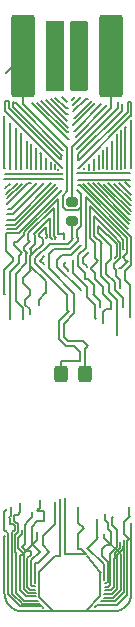
<source format=gbr>
%TF.GenerationSoftware,KiCad,Pcbnew,9.0.6*%
%TF.CreationDate,2025-12-16T16:11:54-05:00*%
%TF.ProjectId,Keychain v1,4b657963-6861-4696-9e20-76312e6b6963,rev?*%
%TF.SameCoordinates,Original*%
%TF.FileFunction,Copper,L1,Top*%
%TF.FilePolarity,Positive*%
%FSLAX46Y46*%
G04 Gerber Fmt 4.6, Leading zero omitted, Abs format (unit mm)*
G04 Created by KiCad (PCBNEW 9.0.6) date 2025-12-16 16:11:54*
%MOMM*%
%LPD*%
G01*
G04 APERTURE LIST*
G04 Aperture macros list*
%AMRoundRect*
0 Rectangle with rounded corners*
0 $1 Rounding radius*
0 $2 $3 $4 $5 $6 $7 $8 $9 X,Y pos of 4 corners*
0 Add a 4 corners polygon primitive as box body*
4,1,4,$2,$3,$4,$5,$6,$7,$8,$9,$2,$3,0*
0 Add four circle primitives for the rounded corners*
1,1,$1+$1,$2,$3*
1,1,$1+$1,$4,$5*
1,1,$1+$1,$6,$7*
1,1,$1+$1,$8,$9*
0 Add four rect primitives between the rounded corners*
20,1,$1+$1,$2,$3,$4,$5,0*
20,1,$1+$1,$4,$5,$6,$7,0*
20,1,$1+$1,$6,$7,$8,$9,0*
20,1,$1+$1,$8,$9,$2,$3,0*%
G04 Aperture macros list end*
%TA.AperFunction,Conductor*%
%ADD10C,0.200000*%
%TD*%
%TA.AperFunction,SMDPad,CuDef*%
%ADD11RoundRect,0.250000X0.325000X0.450000X-0.325000X0.450000X-0.325000X-0.450000X0.325000X-0.450000X0*%
%TD*%
%TA.AperFunction,SMDPad,CuDef*%
%ADD12RoundRect,0.200000X-0.275000X0.200000X-0.275000X-0.200000X0.275000X-0.200000X0.275000X0.200000X0*%
%TD*%
%TA.AperFunction,SMDPad,CuDef*%
%ADD13RoundRect,0.300000X-0.700000X3.200000X-0.700000X-3.200000X0.700000X-3.200000X0.700000X3.200000X0*%
%TD*%
%TA.AperFunction,SMDPad,CuDef*%
%ADD14RoundRect,0.225000X-0.525000X2.775000X-0.525000X-2.775000X0.525000X-2.775000X0.525000X2.775000X0*%
%TD*%
%TA.AperFunction,SMDPad,CuDef*%
%ADD15RoundRect,0.240000X-0.560000X2.760000X-0.560000X-2.760000X0.560000X-2.760000X0.560000X2.760000X0*%
%TD*%
G04 APERTURE END LIST*
D10*
%TO.N,GND*%
X176960000Y-129550000D02*
X175820000Y-128170000D01*
%TD*%
D11*
%TO.P,D1,2,A*%
%TO.N,Net-(D1-A)*%
X173595000Y-112765000D03*
%TO.P,D1,1,K*%
%TO.N,GND*%
X175645000Y-112765000D03*
%TD*%
D12*
%TO.P,R1,1*%
%TO.N,Net-(U1-VCC)*%
X174570000Y-98200000D03*
%TO.P,R1,2*%
%TO.N,Net-(D1-A)*%
X174570000Y-99850000D03*
%TD*%
D13*
%TO.P,U1,1,VCC*%
%TO.N,Net-(U1-VCC)*%
X177900000Y-85877500D03*
D14*
%TO.P,U1,2,D+*%
%TO.N,unconnected-(U1-D+-Pad2)*%
X175150000Y-85877500D03*
D15*
%TO.P,U1,3,D-*%
%TO.N,unconnected-(U1-D--Pad3)*%
X173150000Y-85877500D03*
D13*
%TO.P,U1,4,GND*%
%TO.N,GND*%
X170400000Y-85877500D03*
%TD*%
D10*
%TO.N,*%
X171910000Y-103140000D02*
X171910000Y-103107100D01*
X171860000Y-103190000D02*
X171910000Y-103140000D01*
X171910000Y-103107100D02*
X172180032Y-102837068D01*
X172160000Y-103490000D02*
X171860000Y-103190000D01*
X172160000Y-103510000D02*
X172160000Y-103490000D01*
X171790000Y-106490000D02*
X171790000Y-106910000D01*
X172320000Y-105960000D02*
X172310000Y-105970000D01*
X172310000Y-105970000D02*
X171790000Y-106490000D01*
X172320000Y-104880000D02*
X172320000Y-105960000D01*
X171049000Y-103609000D02*
X172320000Y-104880000D01*
X171049000Y-102761000D02*
X171049000Y-103609000D01*
X171690000Y-102120000D02*
X171049000Y-102761000D01*
X171030000Y-107350000D02*
X171030000Y-107750000D01*
X170600000Y-106920000D02*
X171000000Y-107320000D01*
X170600000Y-106850000D02*
X170600000Y-106920000D01*
X170600000Y-106510000D02*
X170600000Y-106850000D01*
X170670000Y-106440000D02*
X170600000Y-106510000D01*
X170990000Y-106120000D02*
X170670000Y-106440000D01*
X170990000Y-105680000D02*
X170990000Y-105690000D01*
X171080000Y-104000000D02*
X170440000Y-104640000D01*
X170440000Y-105130000D02*
X170990000Y-105680000D01*
X171049000Y-103969000D02*
X171080000Y-104000000D01*
X171000000Y-107320000D02*
X171030000Y-107350000D01*
X170990000Y-105690000D02*
X170990000Y-106120000D01*
X171049000Y-102821000D02*
X171049000Y-103969000D01*
X170440000Y-104640000D02*
X170440000Y-105130000D01*
X171110000Y-102760000D02*
X171049000Y-102821000D01*
X169800000Y-106590000D02*
X170420000Y-107210000D01*
X169800000Y-104310000D02*
X169800000Y-106590000D01*
X170700000Y-103410000D02*
X169800000Y-104310000D01*
X170700000Y-102570000D02*
X170700000Y-103410000D01*
X170420000Y-107210000D02*
X170420000Y-108120000D01*
X170720000Y-102550000D02*
X170700000Y-102570000D01*
X170500000Y-102330000D02*
X170720000Y-102550000D01*
X170500000Y-101940000D02*
X170500000Y-102330000D01*
X170600000Y-101940000D02*
X170500000Y-101940000D01*
X170980000Y-101560000D02*
X170600000Y-101940000D01*
X170880000Y-101460000D02*
X170980000Y-101560000D01*
X170880000Y-100870000D02*
X170880000Y-101460000D01*
X173170000Y-101290000D02*
X173030000Y-101150000D01*
X173030000Y-101150000D02*
X173030000Y-98780000D01*
X173120000Y-101340000D02*
X173170000Y-101290000D01*
X173030000Y-98780000D02*
X173000000Y-98750000D01*
X173120000Y-101389000D02*
X173120000Y-101340000D01*
X173000000Y-98750000D02*
X170880000Y-100870000D01*
X168841000Y-106041000D02*
X168850000Y-106050000D01*
X168841000Y-104990000D02*
X168841000Y-106041000D01*
X169310000Y-104150000D02*
X169310000Y-108140000D01*
X170040000Y-103420000D02*
X169310000Y-104150000D01*
X175515100Y-103380000D02*
X175799000Y-103663900D01*
X175461000Y-103380000D02*
X175515100Y-103380000D01*
X175799000Y-103663900D02*
X175799000Y-103720000D01*
X175461000Y-102989000D02*
X175461000Y-103380000D01*
X176020000Y-102430000D02*
X175461000Y-102989000D01*
X179490000Y-105860000D02*
X179490000Y-107970000D01*
X179490000Y-105260000D02*
X179490000Y-105860000D01*
X179140000Y-104910000D02*
X179490000Y-105260000D01*
X178650000Y-104830000D02*
X178650000Y-105490000D01*
X178330000Y-104510000D02*
X178650000Y-104830000D01*
X178890000Y-106390000D02*
X178890000Y-107150000D01*
X178210000Y-105030000D02*
X178210000Y-105710000D01*
X177470000Y-104290000D02*
X178210000Y-105030000D01*
X178210000Y-105710000D02*
X178890000Y-106390000D01*
X177430000Y-104250000D02*
X177470000Y-104290000D01*
X177430000Y-103450000D02*
X177430000Y-104250000D01*
X178380000Y-106510000D02*
X178380000Y-109500000D01*
X177710000Y-105840000D02*
X178380000Y-106510000D01*
X177690000Y-105160000D02*
X177690000Y-105820000D01*
X177000000Y-104470000D02*
X177690000Y-105160000D01*
X177000000Y-102690000D02*
X177000000Y-104470000D01*
X177690000Y-105820000D02*
X177710000Y-105840000D01*
X176420000Y-106000000D02*
X176380000Y-106040000D01*
X176380000Y-106040000D02*
X176911000Y-106571000D01*
X176420000Y-105230000D02*
X176420000Y-106000000D01*
X176911000Y-106571000D02*
X176911000Y-107080000D01*
X175900000Y-104710000D02*
X176420000Y-105230000D01*
X175640000Y-104710000D02*
X175900000Y-104710000D01*
X177170000Y-107530000D02*
X177170000Y-108490000D01*
X177870000Y-106670000D02*
X177870000Y-107300000D01*
X177210000Y-106010000D02*
X177870000Y-106670000D01*
X177210000Y-105440000D02*
X177210000Y-106010000D01*
X176520000Y-104750000D02*
X176870000Y-105100000D01*
X177870000Y-107300000D02*
X177400000Y-107300000D01*
X176520000Y-104140000D02*
X176520000Y-104750000D01*
X177170000Y-108490000D02*
X177150000Y-108510000D01*
X176870000Y-105100000D02*
X177210000Y-105440000D01*
X177400000Y-107300000D02*
X177170000Y-107530000D01*
X174250000Y-104000000D02*
X174250000Y-104040000D01*
X173960000Y-103710000D02*
X174250000Y-104000000D01*
X173900000Y-103650000D02*
X173960000Y-103710000D01*
X173900000Y-103390000D02*
X173900000Y-103650000D01*
X173980000Y-103390000D02*
X173900000Y-103390000D01*
X174090000Y-103280000D02*
X173980000Y-103390000D01*
X176510000Y-108090000D02*
X176590000Y-108170000D01*
X176510000Y-106950000D02*
X176510000Y-108090000D01*
X175860000Y-106300000D02*
X176510000Y-106950000D01*
X175860000Y-105450000D02*
X175860000Y-106300000D01*
X175812900Y-105450000D02*
X175860000Y-105450000D01*
X174620000Y-104257100D02*
X175812900Y-105450000D01*
X174620000Y-103150000D02*
X174620000Y-104257100D01*
X175319000Y-101840000D02*
X175319000Y-101871000D01*
X174480000Y-102710000D02*
X175319000Y-101871000D01*
X173280000Y-103130000D02*
X173700000Y-102710000D01*
X173280000Y-103700000D02*
X173280000Y-103130000D01*
X175300000Y-105720000D02*
X173280000Y-103700000D01*
X173700000Y-102710000D02*
X174480000Y-102710000D01*
%TO.N,Net-(D1-A)*%
X173595000Y-111745000D02*
X173595000Y-112765000D01*
X173590000Y-111740000D02*
X173595000Y-111745000D01*
X173620000Y-111710000D02*
X173590000Y-111740000D01*
X175244000Y-111710000D02*
X173620000Y-111710000D01*
X175244000Y-110944000D02*
X175244000Y-111710000D01*
X174760000Y-110460000D02*
X175244000Y-110944000D01*
X174760000Y-110430000D02*
X174760000Y-110460000D01*
X174092900Y-110430000D02*
X174760000Y-110430000D01*
X173459000Y-109796100D02*
X174092900Y-110430000D01*
X174280000Y-107490000D02*
X173459000Y-108311000D01*
X174150000Y-107360000D02*
X174280000Y-107490000D01*
X174150000Y-106080000D02*
X174150000Y-107360000D01*
X171450000Y-103380000D02*
X174150000Y-106080000D01*
X173459000Y-108311000D02*
X173459000Y-109796100D01*
X171450000Y-103000000D02*
X171450000Y-103380000D01*
X174220000Y-101790000D02*
X172660000Y-101790000D01*
X174630000Y-101380000D02*
X174220000Y-101790000D01*
X172660000Y-101790000D02*
X171450000Y-103000000D01*
X174570000Y-101320000D02*
X174630000Y-101380000D01*
X174570000Y-99850000D02*
X174570000Y-101320000D01*
%TO.N,GND*%
X175880000Y-110440000D02*
X175645000Y-110675000D01*
X175460000Y-110020000D02*
X175880000Y-110440000D01*
X174250000Y-110020000D02*
X175460000Y-110020000D01*
X173860000Y-109630000D02*
X174250000Y-110020000D01*
X173860000Y-108560000D02*
X173860000Y-109630000D01*
X174750000Y-107670000D02*
X173860000Y-108560000D01*
X174750000Y-106020000D02*
X174750000Y-107670000D01*
X175645000Y-110675000D02*
X175645000Y-112765000D01*
X172581032Y-103851032D02*
X174750000Y-106020000D01*
X172581032Y-102618968D02*
X172581032Y-103851032D01*
X173009000Y-102191000D02*
X172581032Y-102618968D01*
X174386100Y-102191000D02*
X173009000Y-102191000D01*
X175031000Y-101546100D02*
X174386100Y-102191000D01*
X175031000Y-101213900D02*
X175031000Y-101546100D01*
X174971000Y-101153900D02*
X175031000Y-101213900D01*
X174971000Y-100551000D02*
X174971000Y-101153900D01*
X175058064Y-100551000D02*
X174971000Y-100551000D01*
X175346000Y-100263064D02*
X175058064Y-100551000D01*
X175346000Y-97595000D02*
X175346000Y-100263064D01*
X175070000Y-125370000D02*
X175070000Y-124040000D01*
X175560000Y-125860000D02*
X175070000Y-125370000D01*
X175110000Y-126310000D02*
X175560000Y-125860000D01*
X175320000Y-127620000D02*
X175110000Y-127620000D01*
X175750000Y-128050000D02*
X175320000Y-127620000D01*
X175110000Y-127620000D02*
X175110000Y-126310000D01*
%TO.N,*%
X178160000Y-128430000D02*
X178180000Y-128410000D01*
X176550000Y-89840000D02*
X174670000Y-91720000D01*
X169920000Y-101600000D02*
X169660000Y-101600000D01*
X173730950Y-93799050D02*
X173768000Y-93836100D01*
X178300000Y-104480000D02*
X178330000Y-104510000D01*
X169180000Y-126300000D02*
X169090000Y-126210000D01*
X178450000Y-90297100D02*
X174971000Y-93776100D01*
X168841000Y-96301000D02*
X168841000Y-96310000D01*
X170500000Y-131990000D02*
X171670000Y-131990000D01*
X171640000Y-125260000D02*
X171160000Y-125740000D01*
X176740000Y-126690000D02*
X176650000Y-126600000D01*
X171310000Y-100980000D02*
X172700000Y-99590000D01*
X169820000Y-131310000D02*
X170500000Y-131990000D01*
X175060000Y-102760000D02*
X175720000Y-102100000D01*
X174020000Y-90800000D02*
X172760000Y-89540000D01*
X173100000Y-123620000D02*
X173120000Y-123600000D01*
X178070000Y-131720000D02*
X178700000Y-131090000D01*
X170530000Y-100780000D02*
X170530000Y-100990000D01*
X171990000Y-132470000D02*
X172120000Y-132600000D01*
X171070000Y-93320000D02*
X171080000Y-93310000D01*
X169340000Y-125510000D02*
X169340000Y-125040000D01*
X168910000Y-90520000D02*
X173750000Y-95360000D01*
X169630000Y-89820000D02*
X169610000Y-89800000D01*
X175190000Y-94680000D02*
X179270000Y-90600000D01*
X170510000Y-128040000D02*
X169970000Y-127500000D01*
X176440000Y-100820000D02*
X176440000Y-101100000D01*
X169200000Y-90240000D02*
X169240000Y-90200000D01*
X178530000Y-101030000D02*
X176080000Y-98580000D01*
X177950000Y-95400000D02*
X177950000Y-93050000D01*
X179490000Y-96330000D02*
X175060000Y-96330000D01*
X178350000Y-101760000D02*
X178350000Y-102820000D01*
X178920000Y-101420000D02*
X178920000Y-102230000D01*
X177540000Y-95400000D02*
X177540000Y-93550000D01*
X171050000Y-127780000D02*
X170690000Y-127780000D01*
X168841000Y-124479000D02*
X169090000Y-124230000D01*
X170040000Y-102840000D02*
X170040000Y-103420000D01*
X169820000Y-127960000D02*
X169750000Y-127890000D01*
X177240000Y-130220000D02*
X177250000Y-130230000D01*
X171420000Y-130760000D02*
X171430000Y-130770000D01*
X169180000Y-127490000D02*
X169180000Y-126300000D01*
X173750000Y-95360000D02*
X173750000Y-95370000D01*
X172110000Y-101400000D02*
X171800000Y-101090000D01*
X178630000Y-127510000D02*
X178630000Y-127030000D01*
X178660000Y-102930000D02*
X178130000Y-103460000D01*
X169850000Y-100530000D02*
X169030000Y-100530000D01*
X178370000Y-127450000D02*
X178370000Y-125970000D01*
X171630000Y-124340000D02*
X171710000Y-124420000D01*
X170690000Y-127780000D02*
X170310000Y-127400000D01*
X173570000Y-94610000D02*
X169200000Y-90240000D01*
X173380000Y-100890000D02*
X173393000Y-100877000D01*
X172390000Y-100900000D02*
X172410000Y-100920000D01*
X172700000Y-99570000D02*
X172700000Y-100840000D01*
X177310000Y-96760000D02*
X179540000Y-98990000D01*
X177480000Y-90000000D02*
X177480000Y-90132900D01*
X178680000Y-131070000D02*
X178680000Y-128070000D01*
X178970000Y-131230000D02*
X178970000Y-127880000D01*
X170510000Y-131020000D02*
X170850000Y-131360000D01*
X170550000Y-125550000D02*
X170820000Y-125280000D01*
X179450000Y-98500000D02*
X177610000Y-96660000D01*
X171050000Y-128110000D02*
X171050000Y-127780000D01*
X179220000Y-101280000D02*
X179220000Y-102470000D01*
X179420000Y-99260000D02*
X176770000Y-96610000D01*
X179560000Y-91330000D02*
X179560000Y-95310000D01*
X178350000Y-125970000D02*
X177990000Y-125610000D01*
X178710000Y-95420000D02*
X178720000Y-95410000D01*
X171700000Y-128790000D02*
X172640000Y-127850000D01*
X169490000Y-126200000D02*
X169700000Y-125990000D01*
X174970000Y-95810000D02*
X179460000Y-95810000D01*
X171530000Y-131610000D02*
X171540000Y-131620000D01*
X169760000Y-125660000D02*
X169610000Y-125510000D01*
X178920000Y-102230000D02*
X178930000Y-102240000D01*
X174200000Y-91940000D02*
X171980000Y-89720000D01*
X172070000Y-127280000D02*
X172070000Y-126500000D01*
X178870000Y-102920000D02*
X179170000Y-103220000D01*
X169550000Y-103250000D02*
X168841000Y-103959000D01*
X178980000Y-126840000D02*
X178990000Y-126830000D01*
X176480000Y-102930000D02*
X176790000Y-103240000D01*
X168841000Y-125961000D02*
X168841000Y-125310000D01*
X176080000Y-100870000D02*
X176080000Y-101290000D01*
X169660000Y-101880000D02*
X170330000Y-102550000D01*
X174670000Y-91720000D02*
X174610000Y-91720000D01*
X175640000Y-104210000D02*
X175060000Y-103630000D01*
X178180000Y-127970000D02*
X178630000Y-127520000D01*
X176320000Y-96630000D02*
X179430000Y-99740000D01*
X177850000Y-103030000D02*
X177430000Y-103450000D01*
X179090000Y-95350000D02*
X179090000Y-91910000D01*
X177580000Y-128690000D02*
X177130000Y-128240000D01*
X177530000Y-101000000D02*
X176770000Y-100240000D01*
X176080000Y-101290000D02*
X176480000Y-101690000D01*
X169240000Y-90200000D02*
X169240000Y-89690000D01*
X174800000Y-91130000D02*
X174720000Y-91130000D01*
X170030000Y-126170000D02*
X170020000Y-126160000D01*
X176450000Y-99450000D02*
X176450000Y-100810000D01*
X173840000Y-100870000D02*
X173890000Y-100920000D01*
X170510000Y-128210000D02*
X170510000Y-128040000D01*
X177060000Y-132030000D02*
X178170000Y-132030000D01*
X175560000Y-95310000D02*
X175560000Y-95380000D01*
X176650000Y-126600000D02*
X176650000Y-125080000D01*
X171820000Y-124150000D02*
X171630000Y-124340000D01*
X177190000Y-95360000D02*
X177190000Y-93850000D01*
X171900000Y-94130000D02*
X171880000Y-94110000D01*
X176200000Y-103830000D02*
X176200000Y-103930000D01*
X175770000Y-89470000D02*
X174680000Y-90560000D01*
X176480000Y-101690000D02*
X176480000Y-102930000D01*
X179569000Y-89800000D02*
X179569000Y-90980000D01*
X169750000Y-127890000D02*
X169750000Y-126990000D01*
X170330000Y-102550000D02*
X170040000Y-102840000D01*
X173150000Y-89390000D02*
X174020000Y-90260000D01*
X171110000Y-102270000D02*
X171110000Y-102760000D01*
X173740000Y-100970000D02*
X173840000Y-100870000D01*
X178690000Y-103810000D02*
X178560000Y-103810000D01*
X169360000Y-124800000D02*
X169360000Y-124030000D01*
X175747000Y-97837000D02*
X179190000Y-101280000D01*
X178660000Y-102650000D02*
X178660000Y-102930000D01*
X171160000Y-127160000D02*
X171830000Y-127830000D01*
X178380000Y-130970000D02*
X177950000Y-131400000D01*
X175820000Y-127500000D02*
X175930000Y-127500000D01*
X177000000Y-89960000D02*
X174780000Y-92180000D01*
X169630000Y-124690000D02*
X169950000Y-124690000D01*
X177480000Y-130460000D02*
X177570000Y-130370000D01*
X177350000Y-125140000D02*
X177350000Y-124610000D01*
X177880000Y-126160000D02*
X177630000Y-125910000D01*
X178180000Y-127640000D02*
X178370000Y-127450000D01*
X178770000Y-89910000D02*
X178770000Y-90530000D01*
X178080000Y-101080000D02*
X178660000Y-101660000D01*
X169000000Y-100890000D02*
X170042900Y-100890000D01*
X169180000Y-131460000D02*
X170190000Y-132470000D01*
X177790000Y-130640000D02*
X177640000Y-130790000D01*
X174260000Y-92330000D02*
X174260000Y-92260000D01*
X176770000Y-100850000D02*
X177850000Y-101930000D01*
X177990000Y-124910000D02*
X178040000Y-124860000D01*
X175930000Y-127500000D02*
X176740000Y-126690000D01*
X174800000Y-89340000D02*
X174570000Y-89570000D01*
X177570000Y-130370000D02*
X177570000Y-128700000D01*
X170330000Y-132210000D02*
X170360000Y-132240000D01*
X169230000Y-124930000D02*
X169360000Y-124800000D01*
X171120000Y-128540000D02*
X171110000Y-128540000D01*
X179270000Y-89740000D02*
X179560000Y-89740000D01*
X170530000Y-100990000D02*
X169920000Y-101600000D01*
X173380000Y-100890000D02*
X173460000Y-100970000D01*
X172879000Y-101389000D02*
X172890000Y-101389000D01*
X169290000Y-96700000D02*
X168930000Y-97060000D01*
X179380000Y-100120000D02*
X175910000Y-96650000D01*
X172770000Y-95460000D02*
X172770000Y-94850000D01*
X177130000Y-128240000D02*
X177130000Y-127580000D01*
X170190000Y-128130000D02*
X170320000Y-128130000D01*
X171900000Y-95400000D02*
X171900000Y-94130000D01*
X179490000Y-99260000D02*
X179420000Y-99260000D01*
X169510000Y-127800000D02*
X169490000Y-127780000D01*
X178180000Y-128410000D02*
X178180000Y-127970000D01*
X178630000Y-127030000D02*
X178620000Y-127020000D01*
X177630000Y-125420000D02*
X177350000Y-125140000D01*
X172390000Y-100340000D02*
X172390000Y-100900000D01*
X175080000Y-94680000D02*
X175190000Y-94680000D01*
X173393000Y-100877000D02*
X173393000Y-97970000D01*
X169070000Y-102450000D02*
X169550000Y-102930000D01*
X171800000Y-101090000D02*
X171800000Y-100930000D01*
X173340000Y-97970000D02*
X170530000Y-100780000D01*
X169390000Y-98860000D02*
X169110000Y-98860000D01*
X178700000Y-131090000D02*
X178680000Y-131070000D01*
X169330000Y-95420000D02*
X169330000Y-91550000D01*
X169550000Y-102930000D02*
X169550000Y-103180000D01*
X178350000Y-95420000D02*
X178350000Y-92520000D01*
X171070000Y-95400000D02*
X171070000Y-93320000D01*
X172350000Y-89590000D02*
X174150000Y-91390000D01*
X177240000Y-128910000D02*
X177240000Y-130220000D01*
X179470000Y-90980000D02*
X175140000Y-95310000D01*
X177950000Y-131400000D02*
X177940000Y-131410000D01*
X174020000Y-90260000D02*
X174200000Y-90260000D01*
X178900000Y-127560000D02*
X178900000Y-127370000D01*
X171710000Y-124420000D02*
X172210000Y-124420000D01*
X170770000Y-95360000D02*
X170770000Y-93090000D01*
X176440000Y-101100000D02*
X177080000Y-101740000D01*
X169760000Y-100180000D02*
X173230000Y-96710000D01*
X169240000Y-89690000D02*
X168890000Y-89690000D01*
X173380000Y-100890000D02*
X173350000Y-100920000D01*
X176450000Y-100810000D02*
X176440000Y-100820000D01*
X172160000Y-124470000D02*
X172160000Y-125260000D01*
X179550000Y-98100000D02*
X179569000Y-98100000D01*
X170780000Y-130800000D02*
X170780000Y-128380000D01*
X169900000Y-89968100D02*
X173730950Y-93799050D01*
X172700000Y-100840000D02*
X172690000Y-100850000D01*
X177990000Y-125610000D02*
X177990000Y-124910000D01*
X169900000Y-89820000D02*
X169630000Y-89820000D01*
X170510000Y-128210000D02*
X170510000Y-131020000D01*
X173100000Y-95440000D02*
X173120000Y-95420000D01*
X175140000Y-95310000D02*
X175080000Y-95370000D01*
X171170000Y-89850000D02*
X174240000Y-92920000D01*
X169510000Y-131390000D02*
X170330000Y-132210000D01*
X177790000Y-128030000D02*
X178180000Y-127640000D01*
X169340000Y-125040000D02*
X169230000Y-124930000D01*
X169880000Y-96670000D02*
X169880000Y-96640000D01*
X177640000Y-130790000D02*
X177330000Y-130790000D01*
X168850000Y-95830000D02*
X173740000Y-95830000D01*
X171800000Y-100930000D02*
X172390000Y-100340000D01*
X177590000Y-101000000D02*
X177530000Y-101000000D01*
X169580000Y-99280000D02*
X172200000Y-96660000D01*
X177310000Y-96710000D02*
X177310000Y-96760000D01*
X171690000Y-102120000D02*
X171762900Y-102120000D01*
X173590000Y-94430000D02*
X173590000Y-94610000D01*
X178690000Y-95330000D02*
X178690000Y-95400000D01*
X168850000Y-96310000D02*
X168841000Y-96301000D01*
X171830000Y-127830000D02*
X171120000Y-128540000D01*
X175910000Y-96650000D02*
X175910000Y-96600000D01*
X174220000Y-90800000D02*
X174020000Y-90800000D01*
X178160000Y-128430000D02*
X178140000Y-128450000D01*
X169700000Y-125990000D02*
X169700000Y-125960000D01*
X171820000Y-123480000D02*
X171820000Y-124150000D01*
X179530000Y-98500000D02*
X179450000Y-98500000D01*
X179490000Y-96980000D02*
X179070000Y-96560000D01*
X169510000Y-127800000D02*
X169510000Y-131390000D01*
X172700000Y-100840000D02*
X172700000Y-101210000D01*
X175560000Y-95380000D02*
X175540000Y-95400000D01*
X169010000Y-100180000D02*
X169760000Y-100180000D01*
X177950000Y-93050000D02*
X177970000Y-93030000D01*
X169320000Y-96700000D02*
X169290000Y-96700000D01*
X177580000Y-128690000D02*
X177570000Y-128700000D01*
X175830000Y-127500000D02*
X175820000Y-127500000D01*
X171420000Y-101800000D02*
X171030000Y-102190000D01*
X178080000Y-101080000D02*
X176450000Y-99450000D01*
X178340000Y-92510000D02*
X178350000Y-92520000D01*
X171490000Y-95420000D02*
X171490000Y-93740000D01*
X175060000Y-103630000D02*
X175060000Y-102760000D01*
X178530000Y-101050000D02*
X178530000Y-101030000D01*
X178770000Y-90530000D02*
X175100000Y-94200000D01*
X179090000Y-91910000D02*
X179130000Y-91870000D01*
X171980000Y-89720000D02*
X171980000Y-89670000D01*
X170550000Y-127160000D02*
X170550000Y-126140000D01*
X177280000Y-131720000D02*
X178070000Y-131720000D01*
X171170000Y-124930000D02*
X171170000Y-124460000D01*
X171600000Y-96650000D02*
X169390000Y-98860000D01*
X177850000Y-101930000D02*
X177850000Y-103030000D01*
X179569000Y-103591000D02*
X179080000Y-104080000D01*
X176390000Y-95510000D02*
X176390000Y-94660000D01*
X173590000Y-94610000D02*
X173570000Y-94610000D01*
X178900000Y-101420000D02*
X178920000Y-101420000D01*
X168850000Y-89650000D02*
X168850000Y-90460000D01*
X171610000Y-89840000D02*
X174100000Y-92330000D01*
X175720000Y-102100000D02*
X175720000Y-100880000D01*
X170230000Y-95420000D02*
X170230000Y-92440000D01*
X178890000Y-127570000D02*
X178900000Y-127560000D01*
X169700000Y-125720000D02*
X169760000Y-125660000D01*
X175540000Y-95400000D02*
X175540000Y-95330000D01*
X170820000Y-125280000D02*
X171170000Y-124930000D01*
X172700000Y-101210000D02*
X172879000Y-101389000D01*
X171420000Y-101090000D02*
X171420000Y-101570000D01*
X179190000Y-101280000D02*
X179220000Y-101280000D01*
X178450000Y-89760000D02*
X178450000Y-90297100D01*
X170190000Y-131120000D02*
X170680000Y-131610000D01*
X173890000Y-100920000D02*
X173890000Y-101390000D01*
X175070000Y-96830000D02*
X175210000Y-96830000D01*
X171420000Y-101570000D02*
X171420000Y-101800000D01*
X179569000Y-90980000D02*
X179470000Y-90980000D01*
X178350000Y-101760000D02*
X177590000Y-101000000D01*
X175747000Y-100853000D02*
X175747000Y-97837000D01*
X177330000Y-131050000D02*
X177320000Y-131060000D01*
X172780000Y-96660000D02*
X169720000Y-99720000D01*
X178130000Y-103460000D02*
X178130000Y-103850000D01*
X170020000Y-125430000D02*
X169860000Y-125430000D01*
X175210000Y-96830000D02*
X179569000Y-101189000D01*
X172210000Y-124420000D02*
X172160000Y-124470000D01*
X177790000Y-128690000D02*
X177790000Y-130640000D01*
X174240000Y-92920000D02*
X174280000Y-92920000D01*
X179560000Y-89740000D02*
X179569000Y-89749000D01*
X173720000Y-94300000D02*
X173590000Y-94430000D01*
X178380000Y-128260000D02*
X178380000Y-128080000D01*
X177790000Y-128690000D02*
X177790000Y-128030000D01*
X171630000Y-126820000D02*
X171640000Y-126810000D01*
X171030000Y-102190000D02*
X171110000Y-102270000D01*
X169750000Y-126990000D02*
X169750000Y-126450000D01*
X173420000Y-96960000D02*
X169850000Y-100530000D01*
X173100000Y-125470000D02*
X173100000Y-124540000D01*
X173393000Y-97970000D02*
X173340000Y-97970000D01*
X169000000Y-102380000D02*
X169070000Y-102450000D01*
X177240000Y-128910000D02*
X175830000Y-127500000D01*
X173700000Y-89350000D02*
X174110000Y-89760000D01*
X176200000Y-103930000D02*
X176410000Y-104140000D01*
X179270000Y-90600000D02*
X179270000Y-89740000D01*
X171762900Y-102120000D02*
X172110000Y-101772900D01*
X176080000Y-98580000D02*
X176080000Y-100870000D01*
X171110000Y-130680000D02*
X171190000Y-130760000D01*
X168841000Y-103959000D02*
X168841000Y-104370000D01*
X179569000Y-89749000D02*
X179569000Y-89800000D01*
X175990000Y-95510000D02*
X175990000Y-95030000D01*
X173400000Y-95460000D02*
X173410000Y-95470000D01*
X177340000Y-130460000D02*
X177480000Y-130460000D01*
X178350000Y-102820000D02*
X178230000Y-102940000D01*
X179220000Y-102470000D02*
X179230000Y-102480000D01*
X177280000Y-126670000D02*
X177280000Y-126310000D01*
X175640000Y-104710000D02*
X175640000Y-104210000D01*
X169750000Y-126450000D02*
X170030000Y-126170000D01*
X177940000Y-131410000D02*
X177290000Y-131410000D01*
X169180000Y-127490000D02*
X169180000Y-131460000D01*
X170010000Y-127460000D02*
X170010000Y-126660000D01*
X177320000Y-131070000D02*
X177870000Y-131070000D01*
X170190000Y-128130000D02*
X170190000Y-131120000D01*
X170850000Y-131360000D02*
X171500000Y-131360000D01*
X173100000Y-124540000D02*
X173100000Y-123620000D01*
X177000000Y-101820000D02*
X177000000Y-102690000D01*
X172160000Y-125260000D02*
X171640000Y-125260000D01*
X178660000Y-101670000D02*
X178660000Y-102650000D01*
X170190000Y-132470000D02*
X171990000Y-132470000D01*
X169090000Y-126210000D02*
X168841000Y-125961000D01*
X173460000Y-100970000D02*
X173740000Y-100970000D01*
X170680000Y-131610000D02*
X171530000Y-131610000D01*
X169610000Y-125510000D02*
X169340000Y-125510000D01*
X168841000Y-125310000D02*
X168841000Y-124479000D01*
X169610000Y-90190000D02*
X173720000Y-94300000D01*
X177870000Y-131070000D02*
X178140000Y-130800000D01*
X169900000Y-89820000D02*
X169900000Y-89968100D01*
X170310000Y-96700000D02*
X169100000Y-97910000D01*
X178690000Y-95400000D02*
X178710000Y-95420000D01*
X175100000Y-94200000D02*
X175080000Y-94220000D01*
X177630000Y-125910000D02*
X177630000Y-125420000D01*
X176820000Y-95400000D02*
X176820000Y-94270000D01*
X178130000Y-103850000D02*
X178300000Y-104020000D01*
X171310000Y-100980000D02*
X171420000Y-101090000D01*
X179230000Y-102560000D02*
X178870000Y-102920000D01*
X170230000Y-92440000D02*
X170250000Y-92420000D01*
X171490000Y-93740000D02*
X171530000Y-93700000D01*
X170010000Y-126660000D02*
X170320000Y-126350000D01*
X169830000Y-91970000D02*
X169840000Y-91960000D01*
X177080000Y-101740000D02*
X177000000Y-101820000D01*
X178660000Y-101660000D02*
X178660000Y-101670000D01*
X170320000Y-128130000D02*
X171630000Y-126820000D01*
X178630000Y-127520000D02*
X178630000Y-127510000D01*
X174570000Y-89580000D02*
X174570000Y-89570000D01*
X172070000Y-126500000D02*
X173100000Y-125470000D01*
X175080000Y-94220000D02*
X175080000Y-94680000D01*
X174100000Y-92330000D02*
X174260000Y-92330000D01*
X176770000Y-100240000D02*
X176770000Y-100850000D01*
X169080000Y-99280000D02*
X169580000Y-99280000D01*
X169970000Y-127500000D02*
X170010000Y-127460000D01*
X176790000Y-103240000D02*
X176200000Y-103830000D01*
X168850000Y-90460000D02*
X168910000Y-90520000D01*
X169720000Y-99720000D02*
X169040000Y-99720000D01*
X169610000Y-89800000D02*
X169610000Y-90190000D01*
X179280000Y-103220000D02*
X178690000Y-103810000D01*
X175720000Y-100880000D02*
X175747000Y-100853000D01*
X177480000Y-90132900D02*
X174926450Y-92686450D01*
X177790000Y-128540000D02*
X177790000Y-128690000D01*
X170150000Y-124490000D02*
X170150000Y-123710000D01*
X179550000Y-97620000D02*
X178540000Y-96610000D01*
X169830000Y-95420000D02*
X169830000Y-91970000D01*
X169820000Y-127960000D02*
X169820000Y-131310000D01*
X170550000Y-126140000D02*
X170550000Y-125550000D01*
X178300000Y-104020000D02*
X178300000Y-104480000D01*
X174926450Y-92686450D02*
X174991450Y-92621450D01*
X170780000Y-128380000D02*
X171050000Y-128110000D01*
X176820000Y-94270000D02*
X176820000Y-94380000D01*
X170360000Y-132240000D02*
X171860000Y-132240000D01*
X177460000Y-127250000D02*
X177880000Y-127250000D01*
X168880000Y-95360000D02*
X168841000Y-95321000D01*
X178980000Y-127870000D02*
X178980000Y-126840000D01*
X172380000Y-95460000D02*
X172380000Y-94480000D01*
X179230000Y-102480000D02*
X179230000Y-102560000D01*
X175510000Y-96690000D02*
X179320000Y-100500000D01*
X172700000Y-99590000D02*
X172700000Y-99570000D01*
X174780000Y-92180000D02*
X174720000Y-92180000D01*
X171160000Y-125740000D02*
X171160000Y-127160000D01*
X169000000Y-97550000D02*
X169880000Y-96670000D01*
X169860000Y-125430000D02*
X169630000Y-125200000D01*
X171450000Y-131040000D02*
X171020000Y-131040000D01*
X172110000Y-101772900D02*
X172110000Y-101400000D01*
X170860000Y-96640000D02*
X171100000Y-96640000D01*
X168841000Y-95321000D02*
X168841000Y-90980000D01*
X178720000Y-95410000D02*
X178720000Y-92130000D01*
X171440000Y-128790000D02*
X171440000Y-130480000D01*
X176390000Y-94660000D02*
X176430000Y-94620000D01*
X175900000Y-89470000D02*
X175770000Y-89470000D01*
X169090000Y-98410000D02*
X170860000Y-96640000D01*
X168841000Y-104370000D02*
X168841000Y-104990000D01*
X169000000Y-100890000D02*
X169000000Y-102380000D01*
X170020000Y-126160000D02*
X170020000Y-125430000D01*
X179430000Y-99740000D02*
X179450000Y-99740000D01*
X171190000Y-130760000D02*
X171420000Y-130760000D01*
X177320000Y-131060000D02*
X177320000Y-131070000D01*
X178380000Y-128080000D02*
X178890000Y-127570000D01*
X176410000Y-104140000D02*
X176520000Y-104140000D01*
X169950000Y-124690000D02*
X170150000Y-124490000D01*
X169490000Y-127780000D02*
X169490000Y-126200000D01*
X170770000Y-93090000D02*
X170790000Y-93070000D01*
X176220000Y-89710000D02*
X174800000Y-91130000D01*
X169630000Y-125200000D02*
X169630000Y-124690000D01*
X179010000Y-96560000D02*
X179070000Y-96560000D01*
X169550000Y-103180000D02*
X169550000Y-103250000D01*
X178970000Y-127880000D02*
X178980000Y-127870000D01*
X171640000Y-126810000D02*
X171640000Y-126130000D01*
X170320000Y-126350000D02*
X170320000Y-126020000D01*
X173740000Y-95830000D02*
X173760000Y-95810000D01*
X171440000Y-128790000D02*
X171700000Y-128790000D01*
X175290000Y-89340000D02*
X174650000Y-89980000D01*
X177880000Y-127250000D02*
X177880000Y-126160000D01*
X168890000Y-89690000D02*
X168850000Y-89650000D01*
X171110000Y-128540000D02*
X171110000Y-130680000D01*
X173760000Y-96310000D02*
X168850000Y-96310000D01*
X177130000Y-127580000D02*
X177460000Y-127250000D01*
X170042900Y-100890000D02*
X173726450Y-97206450D01*
X178380000Y-128260000D02*
X178380000Y-130970000D01*
X172410000Y-101220000D02*
X172350000Y-101280000D01*
X170310000Y-127400000D02*
X170550000Y-127160000D01*
X178170000Y-132030000D02*
X178970000Y-131230000D01*
X179170000Y-103220000D02*
X179280000Y-103220000D01*
X172320000Y-89590000D02*
X172350000Y-89590000D01*
X169660000Y-101600000D02*
X169660000Y-101880000D01*
X178540000Y-96610000D02*
X178540000Y-96600000D01*
X171020000Y-131040000D02*
X170780000Y-130800000D01*
X169100000Y-97910000D02*
X169050000Y-97910000D01*
X175060000Y-96330000D02*
X175030000Y-96360000D01*
X178680000Y-128070000D02*
X177280000Y-126670000D01*
X179080000Y-104080000D02*
X179080000Y-104850000D01*
X178150000Y-96700000D02*
X179550000Y-98100000D01*
X179080000Y-104850000D02*
X179140000Y-104910000D01*
X169700000Y-125960000D02*
X169700000Y-125720000D01*
X173410000Y-95510000D02*
X173410000Y-95470000D01*
X178530000Y-101050000D02*
X178900000Y-101420000D01*
X173120000Y-95420000D02*
X173120000Y-95050000D01*
X178370000Y-125970000D02*
X178350000Y-125970000D01*
X179569000Y-101189000D02*
X179569000Y-103591000D01*
X172410000Y-100920000D02*
X172410000Y-101220000D01*
X172640000Y-127850000D02*
X172070000Y-127280000D01*
X178140000Y-130800000D02*
X178140000Y-128450000D01*
X171500000Y-131360000D02*
X171510000Y-131350000D01*
%TO.N,GND*%
X178006870Y-132849000D02*
X178342706Y-132838042D01*
X179240000Y-127590000D02*
X179240000Y-131430000D01*
X170067294Y-132838042D02*
X170403130Y-132849000D01*
X174169000Y-93670000D02*
X170400000Y-89901000D01*
X170403130Y-132849000D02*
X178006870Y-132849000D01*
X179440000Y-124840000D02*
X179420000Y-124820000D01*
X173110000Y-128230000D02*
X173570000Y-128230000D01*
X178360000Y-132310000D02*
X178360000Y-132330000D01*
X175346000Y-97595000D02*
X175346000Y-98613064D01*
X174081936Y-98901000D02*
X173794000Y-98613064D01*
X168841000Y-127360000D02*
X168841000Y-131286874D01*
X178970000Y-125310000D02*
X179440000Y-124840000D01*
X173794000Y-98613064D02*
X173794000Y-97706000D01*
X179020682Y-132558633D02*
X179278633Y-132300682D01*
X178360000Y-132330000D02*
X176690000Y-132330000D01*
X171790000Y-129550000D02*
X173110000Y-128230000D01*
X173960000Y-123330000D02*
X173960000Y-128050000D01*
X179461029Y-131984762D02*
X179558042Y-131622706D01*
X172976100Y-132849000D02*
X171790000Y-131662900D01*
X170400000Y-89901000D02*
X170400000Y-85877500D01*
X179380000Y-126750000D02*
X178970000Y-126340000D01*
X174169000Y-97331000D02*
X174169000Y-93670000D01*
X178342706Y-132838042D02*
X178704762Y-132741029D01*
X178970000Y-126340000D02*
X178970000Y-125510000D01*
X173570000Y-128230000D02*
X173570000Y-123380000D01*
X169705238Y-132741029D02*
X170067294Y-132838042D01*
X175058064Y-98901000D02*
X174081936Y-98901000D01*
X168948971Y-131984762D02*
X169131367Y-132300682D01*
X178970000Y-125510000D02*
X178970000Y-125310000D01*
X168841000Y-127360000D02*
X168841000Y-126509000D01*
X169389318Y-132558633D02*
X169705238Y-132741029D01*
X179558042Y-127428042D02*
X179520000Y-127390000D01*
X171790000Y-131662900D02*
X171790000Y-129550000D01*
X168841000Y-126509000D02*
X168850000Y-126500000D01*
X176980000Y-129540000D02*
X176970000Y-129550000D01*
X179200000Y-131470000D02*
X178360000Y-132310000D01*
X173960000Y-128050000D02*
X175750000Y-128050000D01*
X175346000Y-97595000D02*
X174971000Y-97220000D01*
X179558042Y-131622706D02*
X179558042Y-127428042D01*
X179520000Y-127390000D02*
X179569000Y-127341000D01*
X176690000Y-132330000D02*
X176490000Y-132530000D01*
X179240000Y-127590000D02*
X179240000Y-126930000D01*
X179278633Y-132300682D02*
X179461029Y-131984762D01*
X168841000Y-131286874D02*
X168851958Y-131622706D01*
X175750000Y-128050000D02*
X175760000Y-128040000D01*
X175346000Y-98613064D02*
X175058064Y-98901000D01*
X173794000Y-97706000D02*
X174169000Y-97331000D01*
X179420000Y-124820000D02*
X179420000Y-124080000D01*
X170400000Y-85877500D02*
X168960000Y-87317500D01*
X179240000Y-131430000D02*
X179200000Y-131470000D01*
X178704762Y-132741029D02*
X179020682Y-132558633D01*
X179420000Y-126750000D02*
X179380000Y-126750000D01*
X168851958Y-131622706D02*
X168948971Y-131984762D01*
X176970000Y-131612900D02*
X175733900Y-132849000D01*
X176970000Y-129550000D02*
X176970000Y-131612900D01*
X175733900Y-132849000D02*
X172976100Y-132849000D01*
X179569000Y-127341000D02*
X179569000Y-125400000D01*
X169131367Y-132300682D02*
X169389318Y-132558633D01*
X179240000Y-126930000D02*
X179420000Y-126750000D01*
%TO.N,Net-(U1-VCC)*%
X177900000Y-85877500D02*
X177900000Y-90280000D01*
X174570000Y-93610000D02*
X174570000Y-98200000D01*
X177900000Y-90280000D02*
X174570000Y-93610000D01*
%TD*%
M02*

</source>
